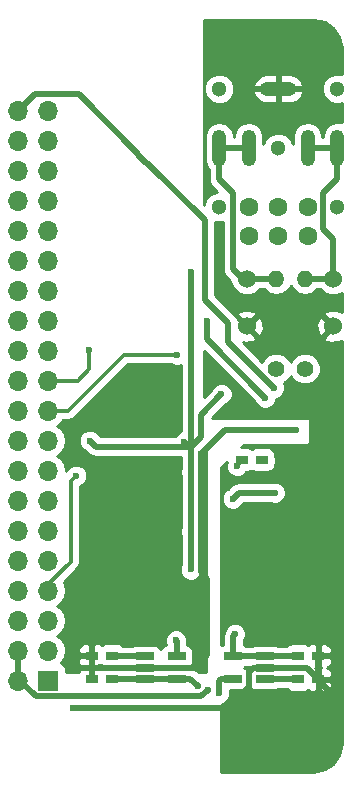
<source format=gbr>
G04 #@! TF.FileFunction,Copper,L2,Bot,Signal*
%FSLAX46Y46*%
G04 Gerber Fmt 4.6, Leading zero omitted, Abs format (unit mm)*
G04 Created by KiCad (PCBNEW 4.0.7) date 05/16/18 21:08:28*
%MOMM*%
%LPD*%
G01*
G04 APERTURE LIST*
%ADD10C,0.100000*%
%ADD11C,1.524000*%
%ADD12R,1.000000X0.800000*%
%ADD13R,1.700000X1.700000*%
%ADD14O,1.700000X1.700000*%
%ADD15C,1.400000*%
%ADD16O,1.400000X1.400000*%
%ADD17R,1.560000X0.650000*%
%ADD18C,1.300000*%
%ADD19O,1.200000X3.100000*%
%ADD20O,3.100000X1.200000*%
%ADD21C,1.600000*%
%ADD22C,0.600000*%
%ADD23C,0.500000*%
%ADD24C,0.250000*%
%ADD25C,0.300000*%
%ADD26C,0.254000*%
G04 APERTURE END LIST*
D10*
D11*
X121300000Y-81600000D03*
X121300000Y-77600000D03*
X128600000Y-77600000D03*
X128600000Y-81600000D03*
D12*
X122550000Y-92900000D03*
X120850000Y-92900000D03*
X127350000Y-109500000D03*
X125650000Y-109500000D03*
X108150000Y-111500000D03*
X109850000Y-111500000D03*
X108150000Y-109500000D03*
X109850000Y-109500000D03*
X127350000Y-111500000D03*
X125650000Y-111500000D03*
D13*
X104500000Y-111600000D03*
D14*
X101960000Y-111600000D03*
X104500000Y-109060000D03*
X101960000Y-109060000D03*
X104500000Y-106520000D03*
X101960000Y-106520000D03*
X104500000Y-103980000D03*
X101960000Y-103980000D03*
X104500000Y-101440000D03*
X101960000Y-101440000D03*
X104500000Y-98900000D03*
X101960000Y-98900000D03*
X104500000Y-96360000D03*
X101960000Y-96360000D03*
X104500000Y-93820000D03*
X101960000Y-93820000D03*
X104500000Y-91280000D03*
X101960000Y-91280000D03*
X104500000Y-88740000D03*
X101960000Y-88740000D03*
X104500000Y-86200000D03*
X101960000Y-86200000D03*
X104500000Y-83660000D03*
X101960000Y-83660000D03*
X104500000Y-81120000D03*
X101960000Y-81120000D03*
X104500000Y-78580000D03*
X101960000Y-78580000D03*
X104500000Y-76040000D03*
X101960000Y-76040000D03*
X104500000Y-73500000D03*
X101960000Y-73500000D03*
X104500000Y-70960000D03*
X101960000Y-70960000D03*
X104500000Y-68420000D03*
X101960000Y-68420000D03*
X104500000Y-65880000D03*
X101960000Y-65880000D03*
X104500000Y-63340000D03*
X101960000Y-63340000D03*
D15*
X123800000Y-85200000D03*
D16*
X123800000Y-77580000D03*
D15*
X126200000Y-85200000D03*
D16*
X126200000Y-77580000D03*
D17*
X112650000Y-111450000D03*
X112650000Y-110500000D03*
X112650000Y-109550000D03*
X115350000Y-109550000D03*
X115350000Y-111450000D03*
X122850000Y-109550000D03*
X122850000Y-110500000D03*
X122850000Y-111450000D03*
X120150000Y-111450000D03*
X120150000Y-109550000D03*
D18*
X123950000Y-66500000D03*
D19*
X118950000Y-66500000D03*
X121450000Y-66500000D03*
X126450000Y-66500000D03*
X128950000Y-66500000D03*
D20*
X123950000Y-61500000D03*
D18*
X118950000Y-61500000D03*
X128950000Y-61500000D03*
X128950000Y-71500000D03*
X118950000Y-71500000D03*
D21*
X123950000Y-71500000D03*
X121450000Y-71500000D03*
X126450000Y-71500000D03*
X126450000Y-74000000D03*
X123950000Y-74000000D03*
X121450000Y-74000000D03*
D22*
X127050000Y-102500000D03*
X127050000Y-97008000D03*
X106250000Y-110050000D03*
X106600000Y-113900000D03*
X117400000Y-92450000D03*
X122750000Y-90400000D03*
X125450000Y-90400000D03*
X121050000Y-90400000D03*
X108950000Y-110450000D03*
X128200000Y-112400000D03*
X120100000Y-96200000D03*
X123650000Y-95700000D03*
X118950000Y-112700000D03*
X122850000Y-92950000D03*
X120450000Y-93450000D03*
X116600000Y-77050000D03*
X116000000Y-91400000D03*
X116600000Y-93950000D03*
X116600000Y-99000000D03*
X119150000Y-87350000D03*
X116550000Y-102200000D03*
X108000000Y-91300000D03*
X115300000Y-108200000D03*
X115400000Y-84000000D03*
X107950000Y-83650000D03*
X117900000Y-81200000D03*
X122850000Y-87650000D03*
X123600000Y-86850000D03*
X106850000Y-94250000D03*
X117150000Y-112100000D03*
X118000000Y-112400000D03*
X120300000Y-107650000D03*
D23*
X127050000Y-102500000D02*
X127000000Y-102500000D01*
D24*
X127042000Y-97000000D02*
X127000000Y-97000000D01*
X127050000Y-97008000D02*
X127042000Y-97000000D01*
D23*
X108150000Y-110500000D02*
X106700000Y-110500000D01*
X106700000Y-110500000D02*
X106250000Y-110050000D01*
X122850000Y-110500000D02*
X121850000Y-110500000D01*
X121850000Y-110500000D02*
X121450000Y-110900000D01*
X121450000Y-110900000D02*
X121450000Y-112150000D01*
X121450000Y-112150000D02*
X119700000Y-113900000D01*
X119700000Y-113900000D02*
X106600000Y-113900000D01*
X108150000Y-110500000D02*
X108900000Y-110500000D01*
X108900000Y-110500000D02*
X108950000Y-110450000D01*
X121050000Y-90400000D02*
X122750000Y-90400000D01*
X122750000Y-90400000D02*
X125450000Y-90400000D01*
X112650000Y-110500000D02*
X116850000Y-110500000D01*
X116850000Y-110500000D02*
X117950000Y-109400000D01*
X117950000Y-109400000D02*
X117950000Y-103000000D01*
X117950000Y-103000000D02*
X117400000Y-102450000D01*
X117400000Y-102450000D02*
X117400000Y-92450000D01*
X119450000Y-90400000D02*
X121050000Y-90400000D01*
X117400000Y-92450000D02*
X119450000Y-90400000D01*
X112650000Y-110500000D02*
X109000000Y-110500000D01*
X109000000Y-110500000D02*
X108950000Y-110450000D01*
X127350000Y-111500000D02*
X127350000Y-111550000D01*
X127350000Y-111550000D02*
X128200000Y-112400000D01*
X122850000Y-110500000D02*
X126350000Y-110500000D01*
X126350000Y-110500000D02*
X127350000Y-111500000D01*
X127350000Y-111500000D02*
X127350000Y-109500000D01*
X108150000Y-111250000D02*
X108150000Y-111500000D01*
X108150000Y-111500000D02*
X108150000Y-110500000D01*
X108150000Y-110500000D02*
X108150000Y-109500000D01*
X120100000Y-96200000D02*
X120600000Y-95700000D01*
X120600000Y-95700000D02*
X123650000Y-95700000D01*
X120150000Y-111450000D02*
X119150000Y-111450000D01*
X118950000Y-111650000D02*
X118950000Y-112700000D01*
X119150000Y-111450000D02*
X118950000Y-111650000D01*
X121300000Y-77600000D02*
X120950000Y-77600000D01*
X120950000Y-77600000D02*
X120150000Y-76800000D01*
X118950000Y-69150000D02*
X118950000Y-66500000D01*
X120150000Y-70350000D02*
X118950000Y-69150000D01*
X120150000Y-76800000D02*
X120150000Y-70350000D01*
X121300000Y-77600000D02*
X123780000Y-77600000D01*
X123780000Y-77600000D02*
X123800000Y-77580000D01*
X118900000Y-66500000D02*
X121400000Y-66500000D01*
X128600000Y-77600000D02*
X128600000Y-74200000D01*
X128950000Y-69100000D02*
X128950000Y-66500000D01*
X127750000Y-70300000D02*
X128950000Y-69100000D01*
X127750000Y-73350000D02*
X127750000Y-70300000D01*
X128600000Y-74200000D02*
X127750000Y-73350000D01*
X126200000Y-77580000D02*
X128580000Y-77580000D01*
X128580000Y-77580000D02*
X128600000Y-77600000D01*
X126400000Y-66500000D02*
X128900000Y-66500000D01*
D25*
X122850000Y-92950000D02*
X122800000Y-92900000D01*
X122800000Y-92900000D02*
X122550000Y-92900000D01*
X120450000Y-93450000D02*
X120850000Y-93050000D01*
X120850000Y-93050000D02*
X120850000Y-92900000D01*
D23*
X116600000Y-92450000D02*
X116600000Y-77050000D01*
X116450000Y-91900000D02*
X116450000Y-91850000D01*
X116450000Y-91850000D02*
X116000000Y-91400000D01*
X117400000Y-90950000D02*
X116450000Y-91900000D01*
X117400000Y-89100000D02*
X117400000Y-90950000D01*
X119150000Y-87350000D02*
X117400000Y-89100000D01*
X116550000Y-102200000D02*
X116600000Y-102150000D01*
X116600000Y-102150000D02*
X116600000Y-99000000D01*
X116600000Y-99000000D02*
X116600000Y-93950000D01*
X116600000Y-93950000D02*
X116600000Y-92450000D01*
X116600000Y-92450000D02*
X116600000Y-92050000D01*
X116600000Y-92050000D02*
X116450000Y-91900000D01*
X116450000Y-91900000D02*
X116350000Y-91800000D01*
X113900000Y-91800000D02*
X115450000Y-91800000D01*
X115450000Y-91800000D02*
X116350000Y-91800000D01*
X108500000Y-91800000D02*
X113900000Y-91800000D01*
X108000000Y-91300000D02*
X108500000Y-91800000D01*
X113900000Y-91800000D02*
X114050000Y-91800000D01*
X114050000Y-91800000D02*
X113900000Y-91800000D01*
X115350000Y-109550000D02*
X115350000Y-108250000D01*
X115350000Y-108250000D02*
X115300000Y-108200000D01*
X109900000Y-109550000D02*
X109850000Y-109500000D01*
X112650000Y-109550000D02*
X109900000Y-109550000D01*
X125600000Y-111450000D02*
X125650000Y-111500000D01*
X122850000Y-111450000D02*
X125600000Y-111450000D01*
D25*
X104500000Y-88740000D02*
X106160000Y-88740000D01*
X110900000Y-84000000D02*
X115400000Y-84000000D01*
X106160000Y-88740000D02*
X110900000Y-84000000D01*
X104500000Y-86200000D02*
X107000000Y-86200000D01*
X107950000Y-85250000D02*
X107950000Y-83650000D01*
X107000000Y-86200000D02*
X107950000Y-85250000D01*
D23*
X117900000Y-82700000D02*
X117900000Y-81200000D01*
X122850000Y-87650000D02*
X117900000Y-82700000D01*
X101960000Y-63340000D02*
X103350000Y-61950000D01*
X112848059Y-67763485D02*
X112858975Y-67765977D01*
X112798353Y-67784796D02*
X112815859Y-67770835D01*
X103350000Y-61950000D02*
X107050000Y-61950000D01*
X112777349Y-67792146D02*
X112788265Y-67789654D01*
X112088161Y-67122579D02*
X112093019Y-67132666D01*
X107050000Y-61950000D02*
X112100000Y-67000000D01*
X112100000Y-67000000D02*
X112106980Y-67008753D01*
X112858975Y-67765977D02*
X112869062Y-67770835D01*
X112100000Y-67141420D02*
X112736396Y-67777816D01*
X112088161Y-67089551D02*
X112085669Y-67100467D01*
X112106980Y-67008753D02*
X112111838Y-67018841D01*
X112111838Y-67018841D02*
X112114330Y-67029757D01*
X112114330Y-67029757D02*
X112114330Y-67040953D01*
X119700000Y-82950000D02*
X123600000Y-86850000D01*
X112114330Y-67040953D02*
X112111838Y-67051869D01*
X112111838Y-67051869D02*
X112106980Y-67061956D01*
X112877816Y-67777816D02*
X117750000Y-72650000D01*
X112106980Y-67061956D02*
X112093019Y-67079463D01*
X112093019Y-67079463D02*
X112088161Y-67089551D01*
X112085669Y-67100467D02*
X112085669Y-67111663D01*
X112085669Y-67111663D02*
X112088161Y-67122579D01*
X112093019Y-67132666D02*
X112100000Y-67141420D01*
X117750000Y-72650000D02*
X117750000Y-79350000D01*
X112736396Y-67777816D02*
X112745149Y-67784796D01*
X112745149Y-67784796D02*
X112755237Y-67789654D01*
X112755237Y-67789654D02*
X112766153Y-67792146D01*
X112766153Y-67792146D02*
X112777349Y-67792146D01*
X112788265Y-67789654D02*
X112798353Y-67784796D01*
X112815859Y-67770835D02*
X112825947Y-67765977D01*
X112825947Y-67765977D02*
X112836863Y-67763485D01*
X112836863Y-67763485D02*
X112848059Y-67763485D01*
X112869062Y-67770835D02*
X112877816Y-67777816D01*
X117750000Y-79350000D02*
X119700000Y-81300000D01*
X119700000Y-81300000D02*
X119700000Y-82950000D01*
D25*
X104500000Y-103980000D02*
X104500000Y-103450000D01*
X104500000Y-103450000D02*
X106400000Y-101550000D01*
X106400000Y-101550000D02*
X106400000Y-94700000D01*
X106400000Y-94700000D02*
X106850000Y-94250000D01*
D23*
X116500000Y-111450000D02*
X115350000Y-111450000D01*
X117150000Y-112100000D02*
X116500000Y-111450000D01*
X101960000Y-111600000D02*
X102100000Y-111600000D01*
X102100000Y-111600000D02*
X103450000Y-112950000D01*
X117450000Y-112950000D02*
X118000000Y-112400000D01*
X103450000Y-112950000D02*
X117450000Y-112950000D01*
X120150000Y-107800000D02*
X120150000Y-109550000D01*
X120300000Y-107650000D02*
X120150000Y-107800000D01*
X101960000Y-111600000D02*
X101960000Y-112060000D01*
X101960000Y-111600000D02*
X101960000Y-111760000D01*
X101960000Y-108960000D02*
X101960000Y-111500000D01*
X112650000Y-111450000D02*
X109900000Y-111450000D01*
X112650000Y-111450000D02*
X115350000Y-111450000D01*
X125600000Y-109550000D02*
X125650000Y-109500000D01*
X122850000Y-109550000D02*
X125600000Y-109550000D01*
X120150000Y-109550000D02*
X122850000Y-109550000D01*
D26*
G36*
X119265000Y-76799995D02*
X119264999Y-76800000D01*
X119299653Y-76974211D01*
X119332367Y-77138675D01*
X119454125Y-77320900D01*
X119524210Y-77425790D01*
X119902821Y-77804401D01*
X119902758Y-77876661D01*
X120114990Y-78390303D01*
X120507630Y-78783629D01*
X121020900Y-78996757D01*
X121576661Y-78997242D01*
X122090303Y-78785010D01*
X122390837Y-78485000D01*
X122812486Y-78485000D01*
X122856012Y-78550142D01*
X123289118Y-78839533D01*
X123800000Y-78941154D01*
X124310882Y-78839533D01*
X124743988Y-78550142D01*
X125000000Y-78166991D01*
X125256012Y-78550142D01*
X125689118Y-78839533D01*
X126200000Y-78941154D01*
X126710882Y-78839533D01*
X127143988Y-78550142D01*
X127200878Y-78465000D01*
X127489557Y-78465000D01*
X127807630Y-78783629D01*
X128320900Y-78996757D01*
X128876661Y-78997242D01*
X129315000Y-78816124D01*
X129315000Y-80371844D01*
X128807698Y-80190856D01*
X128252632Y-80218638D01*
X127868857Y-80377603D01*
X127799392Y-80619787D01*
X128600000Y-81420395D01*
X128614143Y-81406253D01*
X128793748Y-81585858D01*
X128779605Y-81600000D01*
X128793748Y-81614143D01*
X128614143Y-81793748D01*
X128600000Y-81779605D01*
X127799392Y-82580213D01*
X127868857Y-82822397D01*
X128392302Y-83009144D01*
X128947368Y-82981362D01*
X129315000Y-82829084D01*
X129315000Y-116932533D01*
X129126383Y-117880775D01*
X128627463Y-118627463D01*
X127880777Y-119126383D01*
X126932533Y-119315000D01*
X119127000Y-119315000D01*
X119127000Y-113635155D01*
X119135167Y-113635162D01*
X119478943Y-113493117D01*
X119742192Y-113230327D01*
X119884838Y-112886799D01*
X119885162Y-112514833D01*
X119846986Y-112422440D01*
X120930000Y-112422440D01*
X121165317Y-112378162D01*
X121381441Y-112239090D01*
X121501233Y-112063768D01*
X121605910Y-112226441D01*
X121818110Y-112371431D01*
X122070000Y-112422440D01*
X123630000Y-112422440D01*
X123865317Y-112378162D01*
X123932393Y-112335000D01*
X124675331Y-112335000D01*
X124685910Y-112351441D01*
X124898110Y-112496431D01*
X125150000Y-112547440D01*
X126150000Y-112547440D01*
X126385317Y-112503162D01*
X126488646Y-112436671D01*
X126490302Y-112438327D01*
X126723691Y-112535000D01*
X127064250Y-112535000D01*
X127223000Y-112376250D01*
X127223000Y-111627000D01*
X127477000Y-111627000D01*
X127477000Y-112376250D01*
X127635750Y-112535000D01*
X127976309Y-112535000D01*
X128209698Y-112438327D01*
X128388327Y-112259699D01*
X128485000Y-112026310D01*
X128485000Y-111785750D01*
X128326250Y-111627000D01*
X127477000Y-111627000D01*
X127223000Y-111627000D01*
X127203000Y-111627000D01*
X127203000Y-111373000D01*
X127223000Y-111373000D01*
X127223000Y-110623750D01*
X127099250Y-110500000D01*
X127223000Y-110376250D01*
X127223000Y-109627000D01*
X127477000Y-109627000D01*
X127477000Y-110376250D01*
X127600750Y-110500000D01*
X127477000Y-110623750D01*
X127477000Y-111373000D01*
X128326250Y-111373000D01*
X128485000Y-111214250D01*
X128485000Y-110973690D01*
X128388327Y-110740301D01*
X128209698Y-110561673D01*
X128060806Y-110500000D01*
X128209698Y-110438327D01*
X128388327Y-110259699D01*
X128485000Y-110026310D01*
X128485000Y-109785750D01*
X128326250Y-109627000D01*
X127477000Y-109627000D01*
X127223000Y-109627000D01*
X127203000Y-109627000D01*
X127203000Y-109373000D01*
X127223000Y-109373000D01*
X127223000Y-108623750D01*
X127477000Y-108623750D01*
X127477000Y-109373000D01*
X128326250Y-109373000D01*
X128485000Y-109214250D01*
X128485000Y-108973690D01*
X128388327Y-108740301D01*
X128209698Y-108561673D01*
X127976309Y-108465000D01*
X127635750Y-108465000D01*
X127477000Y-108623750D01*
X127223000Y-108623750D01*
X127064250Y-108465000D01*
X126723691Y-108465000D01*
X126490302Y-108561673D01*
X126488932Y-108563043D01*
X126401890Y-108503569D01*
X126150000Y-108452560D01*
X125150000Y-108452560D01*
X124914683Y-108496838D01*
X124698559Y-108635910D01*
X124678683Y-108665000D01*
X123935209Y-108665000D01*
X123881890Y-108628569D01*
X123630000Y-108577560D01*
X122070000Y-108577560D01*
X121834683Y-108621838D01*
X121767607Y-108665000D01*
X121235209Y-108665000D01*
X121181890Y-108628569D01*
X121035000Y-108598823D01*
X121035000Y-108237419D01*
X121092192Y-108180327D01*
X121234838Y-107836799D01*
X121235162Y-107464833D01*
X121093117Y-107121057D01*
X120830327Y-106857808D01*
X120486799Y-106715162D01*
X120114833Y-106714838D01*
X119771057Y-106856883D01*
X119507808Y-107119673D01*
X119421058Y-107328588D01*
X119332367Y-107461325D01*
X119332367Y-107461326D01*
X119264999Y-107800000D01*
X119265000Y-107800005D01*
X119265000Y-108597317D01*
X119134683Y-108621838D01*
X119127000Y-108626782D01*
X119127000Y-96385167D01*
X119164838Y-96385167D01*
X119306883Y-96728943D01*
X119569673Y-96992192D01*
X119913201Y-97134838D01*
X120285167Y-97135162D01*
X120628943Y-96993117D01*
X120892192Y-96730327D01*
X120942566Y-96609014D01*
X120966580Y-96585000D01*
X123343178Y-96585000D01*
X123463201Y-96634838D01*
X123835167Y-96635162D01*
X124178943Y-96493117D01*
X124442192Y-96230327D01*
X124584838Y-95886799D01*
X124585162Y-95514833D01*
X124443117Y-95171057D01*
X124180327Y-94907808D01*
X123836799Y-94765162D01*
X123464833Y-94764838D01*
X123343431Y-94815000D01*
X120600005Y-94815000D01*
X120600000Y-94814999D01*
X120317516Y-94871190D01*
X120261325Y-94882367D01*
X119974210Y-95074210D01*
X119974208Y-95074213D01*
X119691165Y-95357256D01*
X119571057Y-95406883D01*
X119307808Y-95669673D01*
X119165162Y-96013201D01*
X119164838Y-96385167D01*
X119127000Y-96385167D01*
X119127000Y-93552606D01*
X119585289Y-93094317D01*
X119515162Y-93263201D01*
X119514838Y-93635167D01*
X119656883Y-93978943D01*
X119919673Y-94242192D01*
X120263201Y-94384838D01*
X120635167Y-94385162D01*
X120978943Y-94243117D01*
X121242192Y-93980327D01*
X121255848Y-93947440D01*
X121350000Y-93947440D01*
X121585317Y-93903162D01*
X121699978Y-93829380D01*
X121798110Y-93896431D01*
X122050000Y-93947440D01*
X123050000Y-93947440D01*
X123285317Y-93903162D01*
X123501441Y-93764090D01*
X123646431Y-93551890D01*
X123678753Y-93392278D01*
X123784838Y-93136799D01*
X123785162Y-92764833D01*
X123697440Y-92552529D01*
X123697440Y-92500000D01*
X123653162Y-92264683D01*
X123514090Y-92048559D01*
X123301890Y-91903569D01*
X123050000Y-91852560D01*
X122050000Y-91852560D01*
X121814683Y-91896838D01*
X121700022Y-91970620D01*
X121601890Y-91903569D01*
X121350000Y-91852560D01*
X120827046Y-91852560D01*
X121052606Y-91627000D01*
X126500000Y-91627000D01*
X126549410Y-91616994D01*
X126591035Y-91588553D01*
X126618315Y-91546159D01*
X126627000Y-91500000D01*
X126627000Y-89500000D01*
X126616994Y-89450590D01*
X126588553Y-89408965D01*
X126546159Y-89381685D01*
X126500000Y-89373000D01*
X118378580Y-89373000D01*
X119558834Y-88192745D01*
X119678943Y-88143117D01*
X119942192Y-87880327D01*
X120084838Y-87536799D01*
X120085162Y-87164833D01*
X119943117Y-86821057D01*
X119680327Y-86557808D01*
X119336799Y-86415162D01*
X118964833Y-86414838D01*
X118621057Y-86556883D01*
X118357808Y-86819673D01*
X118307434Y-86940987D01*
X117627000Y-87621420D01*
X117627000Y-83678580D01*
X122007255Y-88058834D01*
X122056883Y-88178943D01*
X122319673Y-88442192D01*
X122663201Y-88584838D01*
X123035167Y-88585162D01*
X123378943Y-88443117D01*
X123642192Y-88180327D01*
X123784838Y-87836799D01*
X123784883Y-87785162D01*
X123785167Y-87785162D01*
X124128943Y-87643117D01*
X124392192Y-87380327D01*
X124534838Y-87036799D01*
X124535162Y-86664833D01*
X124420767Y-86387976D01*
X124555229Y-86332418D01*
X124931098Y-85957204D01*
X124999918Y-85791468D01*
X125067582Y-85955229D01*
X125442796Y-86331098D01*
X125933287Y-86534768D01*
X126464383Y-86535231D01*
X126955229Y-86332418D01*
X127331098Y-85957204D01*
X127534768Y-85466713D01*
X127535231Y-84935617D01*
X127332418Y-84444771D01*
X126957204Y-84068902D01*
X126466713Y-83865232D01*
X125935617Y-83864769D01*
X125444771Y-84067582D01*
X125068902Y-84442796D01*
X125000082Y-84608532D01*
X124932418Y-84444771D01*
X124557204Y-84068902D01*
X124066713Y-83865232D01*
X123535617Y-83864769D01*
X123044771Y-84067582D01*
X122668902Y-84442796D01*
X122603025Y-84601445D01*
X120965477Y-82963897D01*
X121092302Y-83009144D01*
X121647368Y-82981362D01*
X122031143Y-82822397D01*
X122100608Y-82580213D01*
X121300000Y-81779605D01*
X121285858Y-81793748D01*
X121106253Y-81614143D01*
X121120395Y-81600000D01*
X121479605Y-81600000D01*
X122280213Y-82400608D01*
X122522397Y-82331143D01*
X122709144Y-81807698D01*
X122688353Y-81392302D01*
X127190856Y-81392302D01*
X127218638Y-81947368D01*
X127377603Y-82331143D01*
X127619787Y-82400608D01*
X128420395Y-81600000D01*
X127619787Y-80799392D01*
X127377603Y-80868857D01*
X127190856Y-81392302D01*
X122688353Y-81392302D01*
X122681362Y-81252632D01*
X122522397Y-80868857D01*
X122280213Y-80799392D01*
X121479605Y-81600000D01*
X121120395Y-81600000D01*
X120526550Y-81006155D01*
X120517633Y-80961325D01*
X120325790Y-80674210D01*
X120325787Y-80674208D01*
X120271367Y-80619787D01*
X120499392Y-80619787D01*
X121300000Y-81420395D01*
X122100608Y-80619787D01*
X122031143Y-80377603D01*
X121507698Y-80190856D01*
X120952632Y-80218638D01*
X120568857Y-80377603D01*
X120499392Y-80619787D01*
X120271367Y-80619787D01*
X118635000Y-78983420D01*
X118635000Y-72760579D01*
X118693276Y-72784777D01*
X119204481Y-72785223D01*
X119265000Y-72760217D01*
X119265000Y-76799995D01*
X119265000Y-76799995D01*
G37*
X119265000Y-76799995D02*
X119264999Y-76800000D01*
X119299653Y-76974211D01*
X119332367Y-77138675D01*
X119454125Y-77320900D01*
X119524210Y-77425790D01*
X119902821Y-77804401D01*
X119902758Y-77876661D01*
X120114990Y-78390303D01*
X120507630Y-78783629D01*
X121020900Y-78996757D01*
X121576661Y-78997242D01*
X122090303Y-78785010D01*
X122390837Y-78485000D01*
X122812486Y-78485000D01*
X122856012Y-78550142D01*
X123289118Y-78839533D01*
X123800000Y-78941154D01*
X124310882Y-78839533D01*
X124743988Y-78550142D01*
X125000000Y-78166991D01*
X125256012Y-78550142D01*
X125689118Y-78839533D01*
X126200000Y-78941154D01*
X126710882Y-78839533D01*
X127143988Y-78550142D01*
X127200878Y-78465000D01*
X127489557Y-78465000D01*
X127807630Y-78783629D01*
X128320900Y-78996757D01*
X128876661Y-78997242D01*
X129315000Y-78816124D01*
X129315000Y-80371844D01*
X128807698Y-80190856D01*
X128252632Y-80218638D01*
X127868857Y-80377603D01*
X127799392Y-80619787D01*
X128600000Y-81420395D01*
X128614143Y-81406253D01*
X128793748Y-81585858D01*
X128779605Y-81600000D01*
X128793748Y-81614143D01*
X128614143Y-81793748D01*
X128600000Y-81779605D01*
X127799392Y-82580213D01*
X127868857Y-82822397D01*
X128392302Y-83009144D01*
X128947368Y-82981362D01*
X129315000Y-82829084D01*
X129315000Y-116932533D01*
X129126383Y-117880775D01*
X128627463Y-118627463D01*
X127880777Y-119126383D01*
X126932533Y-119315000D01*
X119127000Y-119315000D01*
X119127000Y-113635155D01*
X119135167Y-113635162D01*
X119478943Y-113493117D01*
X119742192Y-113230327D01*
X119884838Y-112886799D01*
X119885162Y-112514833D01*
X119846986Y-112422440D01*
X120930000Y-112422440D01*
X121165317Y-112378162D01*
X121381441Y-112239090D01*
X121501233Y-112063768D01*
X121605910Y-112226441D01*
X121818110Y-112371431D01*
X122070000Y-112422440D01*
X123630000Y-112422440D01*
X123865317Y-112378162D01*
X123932393Y-112335000D01*
X124675331Y-112335000D01*
X124685910Y-112351441D01*
X124898110Y-112496431D01*
X125150000Y-112547440D01*
X126150000Y-112547440D01*
X126385317Y-112503162D01*
X126488646Y-112436671D01*
X126490302Y-112438327D01*
X126723691Y-112535000D01*
X127064250Y-112535000D01*
X127223000Y-112376250D01*
X127223000Y-111627000D01*
X127477000Y-111627000D01*
X127477000Y-112376250D01*
X127635750Y-112535000D01*
X127976309Y-112535000D01*
X128209698Y-112438327D01*
X128388327Y-112259699D01*
X128485000Y-112026310D01*
X128485000Y-111785750D01*
X128326250Y-111627000D01*
X127477000Y-111627000D01*
X127223000Y-111627000D01*
X127203000Y-111627000D01*
X127203000Y-111373000D01*
X127223000Y-111373000D01*
X127223000Y-110623750D01*
X127099250Y-110500000D01*
X127223000Y-110376250D01*
X127223000Y-109627000D01*
X127477000Y-109627000D01*
X127477000Y-110376250D01*
X127600750Y-110500000D01*
X127477000Y-110623750D01*
X127477000Y-111373000D01*
X128326250Y-111373000D01*
X128485000Y-111214250D01*
X128485000Y-110973690D01*
X128388327Y-110740301D01*
X128209698Y-110561673D01*
X128060806Y-110500000D01*
X128209698Y-110438327D01*
X128388327Y-110259699D01*
X128485000Y-110026310D01*
X128485000Y-109785750D01*
X128326250Y-109627000D01*
X127477000Y-109627000D01*
X127223000Y-109627000D01*
X127203000Y-109627000D01*
X127203000Y-109373000D01*
X127223000Y-109373000D01*
X127223000Y-108623750D01*
X127477000Y-108623750D01*
X127477000Y-109373000D01*
X128326250Y-109373000D01*
X128485000Y-109214250D01*
X128485000Y-108973690D01*
X128388327Y-108740301D01*
X128209698Y-108561673D01*
X127976309Y-108465000D01*
X127635750Y-108465000D01*
X127477000Y-108623750D01*
X127223000Y-108623750D01*
X127064250Y-108465000D01*
X126723691Y-108465000D01*
X126490302Y-108561673D01*
X126488932Y-108563043D01*
X126401890Y-108503569D01*
X126150000Y-108452560D01*
X125150000Y-108452560D01*
X124914683Y-108496838D01*
X124698559Y-108635910D01*
X124678683Y-108665000D01*
X123935209Y-108665000D01*
X123881890Y-108628569D01*
X123630000Y-108577560D01*
X122070000Y-108577560D01*
X121834683Y-108621838D01*
X121767607Y-108665000D01*
X121235209Y-108665000D01*
X121181890Y-108628569D01*
X121035000Y-108598823D01*
X121035000Y-108237419D01*
X121092192Y-108180327D01*
X121234838Y-107836799D01*
X121235162Y-107464833D01*
X121093117Y-107121057D01*
X120830327Y-106857808D01*
X120486799Y-106715162D01*
X120114833Y-106714838D01*
X119771057Y-106856883D01*
X119507808Y-107119673D01*
X119421058Y-107328588D01*
X119332367Y-107461325D01*
X119332367Y-107461326D01*
X119264999Y-107800000D01*
X119265000Y-107800005D01*
X119265000Y-108597317D01*
X119134683Y-108621838D01*
X119127000Y-108626782D01*
X119127000Y-96385167D01*
X119164838Y-96385167D01*
X119306883Y-96728943D01*
X119569673Y-96992192D01*
X119913201Y-97134838D01*
X120285167Y-97135162D01*
X120628943Y-96993117D01*
X120892192Y-96730327D01*
X120942566Y-96609014D01*
X120966580Y-96585000D01*
X123343178Y-96585000D01*
X123463201Y-96634838D01*
X123835167Y-96635162D01*
X124178943Y-96493117D01*
X124442192Y-96230327D01*
X124584838Y-95886799D01*
X124585162Y-95514833D01*
X124443117Y-95171057D01*
X124180327Y-94907808D01*
X123836799Y-94765162D01*
X123464833Y-94764838D01*
X123343431Y-94815000D01*
X120600005Y-94815000D01*
X120600000Y-94814999D01*
X120317516Y-94871190D01*
X120261325Y-94882367D01*
X119974210Y-95074210D01*
X119974208Y-95074213D01*
X119691165Y-95357256D01*
X119571057Y-95406883D01*
X119307808Y-95669673D01*
X119165162Y-96013201D01*
X119164838Y-96385167D01*
X119127000Y-96385167D01*
X119127000Y-93552606D01*
X119585289Y-93094317D01*
X119515162Y-93263201D01*
X119514838Y-93635167D01*
X119656883Y-93978943D01*
X119919673Y-94242192D01*
X120263201Y-94384838D01*
X120635167Y-94385162D01*
X120978943Y-94243117D01*
X121242192Y-93980327D01*
X121255848Y-93947440D01*
X121350000Y-93947440D01*
X121585317Y-93903162D01*
X121699978Y-93829380D01*
X121798110Y-93896431D01*
X122050000Y-93947440D01*
X123050000Y-93947440D01*
X123285317Y-93903162D01*
X123501441Y-93764090D01*
X123646431Y-93551890D01*
X123678753Y-93392278D01*
X123784838Y-93136799D01*
X123785162Y-92764833D01*
X123697440Y-92552529D01*
X123697440Y-92500000D01*
X123653162Y-92264683D01*
X123514090Y-92048559D01*
X123301890Y-91903569D01*
X123050000Y-91852560D01*
X122050000Y-91852560D01*
X121814683Y-91896838D01*
X121700022Y-91970620D01*
X121601890Y-91903569D01*
X121350000Y-91852560D01*
X120827046Y-91852560D01*
X121052606Y-91627000D01*
X126500000Y-91627000D01*
X126549410Y-91616994D01*
X126591035Y-91588553D01*
X126618315Y-91546159D01*
X126627000Y-91500000D01*
X126627000Y-89500000D01*
X126616994Y-89450590D01*
X126588553Y-89408965D01*
X126546159Y-89381685D01*
X126500000Y-89373000D01*
X118378580Y-89373000D01*
X119558834Y-88192745D01*
X119678943Y-88143117D01*
X119942192Y-87880327D01*
X120084838Y-87536799D01*
X120085162Y-87164833D01*
X119943117Y-86821057D01*
X119680327Y-86557808D01*
X119336799Y-86415162D01*
X118964833Y-86414838D01*
X118621057Y-86556883D01*
X118357808Y-86819673D01*
X118307434Y-86940987D01*
X117627000Y-87621420D01*
X117627000Y-83678580D01*
X122007255Y-88058834D01*
X122056883Y-88178943D01*
X122319673Y-88442192D01*
X122663201Y-88584838D01*
X123035167Y-88585162D01*
X123378943Y-88443117D01*
X123642192Y-88180327D01*
X123784838Y-87836799D01*
X123784883Y-87785162D01*
X123785167Y-87785162D01*
X124128943Y-87643117D01*
X124392192Y-87380327D01*
X124534838Y-87036799D01*
X124535162Y-86664833D01*
X124420767Y-86387976D01*
X124555229Y-86332418D01*
X124931098Y-85957204D01*
X124999918Y-85791468D01*
X125067582Y-85955229D01*
X125442796Y-86331098D01*
X125933287Y-86534768D01*
X126464383Y-86535231D01*
X126955229Y-86332418D01*
X127331098Y-85957204D01*
X127534768Y-85466713D01*
X127535231Y-84935617D01*
X127332418Y-84444771D01*
X126957204Y-84068902D01*
X126466713Y-83865232D01*
X125935617Y-83864769D01*
X125444771Y-84067582D01*
X125068902Y-84442796D01*
X125000082Y-84608532D01*
X124932418Y-84444771D01*
X124557204Y-84068902D01*
X124066713Y-83865232D01*
X123535617Y-83864769D01*
X123044771Y-84067582D01*
X122668902Y-84442796D01*
X122603025Y-84601445D01*
X120965477Y-82963897D01*
X121092302Y-83009144D01*
X121647368Y-82981362D01*
X122031143Y-82822397D01*
X122100608Y-82580213D01*
X121300000Y-81779605D01*
X121285858Y-81793748D01*
X121106253Y-81614143D01*
X121120395Y-81600000D01*
X121479605Y-81600000D01*
X122280213Y-82400608D01*
X122522397Y-82331143D01*
X122709144Y-81807698D01*
X122688353Y-81392302D01*
X127190856Y-81392302D01*
X127218638Y-81947368D01*
X127377603Y-82331143D01*
X127619787Y-82400608D01*
X128420395Y-81600000D01*
X127619787Y-80799392D01*
X127377603Y-80868857D01*
X127190856Y-81392302D01*
X122688353Y-81392302D01*
X122681362Y-81252632D01*
X122522397Y-80868857D01*
X122280213Y-80799392D01*
X121479605Y-81600000D01*
X121120395Y-81600000D01*
X120526550Y-81006155D01*
X120517633Y-80961325D01*
X120325790Y-80674210D01*
X120325787Y-80674208D01*
X120271367Y-80619787D01*
X120499392Y-80619787D01*
X121300000Y-81420395D01*
X122100608Y-80619787D01*
X122031143Y-80377603D01*
X121507698Y-80190856D01*
X120952632Y-80218638D01*
X120568857Y-80377603D01*
X120499392Y-80619787D01*
X120271367Y-80619787D01*
X118635000Y-78983420D01*
X118635000Y-72760579D01*
X118693276Y-72784777D01*
X119204481Y-72785223D01*
X119265000Y-72760217D01*
X119265000Y-76799995D01*
G36*
X121818110Y-110471431D02*
X121955120Y-110499176D01*
X121834683Y-110521838D01*
X121671257Y-110627000D01*
X121593750Y-110627000D01*
X121454035Y-110766715D01*
X121394090Y-110673559D01*
X121181890Y-110528569D01*
X121044880Y-110500824D01*
X121165317Y-110478162D01*
X121232393Y-110435000D01*
X121764791Y-110435000D01*
X121818110Y-110471431D01*
X121818110Y-110471431D01*
G37*
X121818110Y-110471431D02*
X121955120Y-110499176D01*
X121834683Y-110521838D01*
X121671257Y-110627000D01*
X121593750Y-110627000D01*
X121454035Y-110766715D01*
X121394090Y-110673559D01*
X121181890Y-110528569D01*
X121044880Y-110500824D01*
X121165317Y-110478162D01*
X121232393Y-110435000D01*
X121764791Y-110435000D01*
X121818110Y-110471431D01*
G36*
X127880777Y-55873617D02*
X128627463Y-56372537D01*
X129126383Y-57119225D01*
X129315000Y-58067467D01*
X129315000Y-60260183D01*
X129206724Y-60215223D01*
X128695519Y-60214777D01*
X128223057Y-60409995D01*
X127861265Y-60771155D01*
X127665223Y-61243276D01*
X127664777Y-61754481D01*
X127859995Y-62226943D01*
X128221155Y-62588735D01*
X128693276Y-62784777D01*
X129204481Y-62785223D01*
X129315000Y-62739557D01*
X129315000Y-64344796D01*
X128950000Y-64272193D01*
X128477386Y-64366202D01*
X128076723Y-64633916D01*
X127809009Y-65034579D01*
X127715000Y-65507193D01*
X127715000Y-65615000D01*
X127685000Y-65615000D01*
X127685000Y-65507193D01*
X127590991Y-65034579D01*
X127323277Y-64633916D01*
X126922614Y-64366202D01*
X126450000Y-64272193D01*
X125977386Y-64366202D01*
X125576723Y-64633916D01*
X125309009Y-65034579D01*
X125215000Y-65507193D01*
X125215000Y-66196576D01*
X125040005Y-65773057D01*
X124678845Y-65411265D01*
X124206724Y-65215223D01*
X123695519Y-65214777D01*
X123223057Y-65409995D01*
X122861265Y-65771155D01*
X122685000Y-66195648D01*
X122685000Y-65507193D01*
X122590991Y-65034579D01*
X122323277Y-64633916D01*
X121922614Y-64366202D01*
X121450000Y-64272193D01*
X120977386Y-64366202D01*
X120576723Y-64633916D01*
X120309009Y-65034579D01*
X120215000Y-65507193D01*
X120215000Y-65615000D01*
X120185000Y-65615000D01*
X120185000Y-65507193D01*
X120090991Y-65034579D01*
X119823277Y-64633916D01*
X119422614Y-64366202D01*
X118950000Y-64272193D01*
X118477386Y-64366202D01*
X118076723Y-64633916D01*
X117809009Y-65034579D01*
X117715000Y-65507193D01*
X117715000Y-67492807D01*
X117809009Y-67965421D01*
X118065000Y-68348539D01*
X118065000Y-69149995D01*
X118064999Y-69150000D01*
X118117712Y-69415000D01*
X118132367Y-69488675D01*
X118161561Y-69532367D01*
X118324210Y-69775790D01*
X118763256Y-70214836D01*
X118695519Y-70214777D01*
X118223057Y-70409995D01*
X117861265Y-70771155D01*
X117665223Y-71243276D01*
X117665162Y-71313583D01*
X117627000Y-71275421D01*
X117627000Y-61754481D01*
X117664777Y-61754481D01*
X117859995Y-62226943D01*
X118221155Y-62588735D01*
X118693276Y-62784777D01*
X119204481Y-62785223D01*
X119676943Y-62590005D01*
X120038735Y-62228845D01*
X120209495Y-61817609D01*
X121806538Y-61817609D01*
X121810408Y-61855281D01*
X122036920Y-62283474D01*
X122410053Y-62592390D01*
X122873000Y-62735000D01*
X123823000Y-62735000D01*
X123823000Y-61627000D01*
X124077000Y-61627000D01*
X124077000Y-62735000D01*
X125027000Y-62735000D01*
X125489947Y-62592390D01*
X125863080Y-62283474D01*
X126089592Y-61855281D01*
X126093462Y-61817609D01*
X125968731Y-61627000D01*
X124077000Y-61627000D01*
X123823000Y-61627000D01*
X121931269Y-61627000D01*
X121806538Y-61817609D01*
X120209495Y-61817609D01*
X120234777Y-61756724D01*
X120235223Y-61245519D01*
X120209139Y-61182391D01*
X121806538Y-61182391D01*
X121931269Y-61373000D01*
X123823000Y-61373000D01*
X123823000Y-60265000D01*
X124077000Y-60265000D01*
X124077000Y-61373000D01*
X125968731Y-61373000D01*
X126093462Y-61182391D01*
X126089592Y-61144719D01*
X125863080Y-60716526D01*
X125489947Y-60407610D01*
X125027000Y-60265000D01*
X124077000Y-60265000D01*
X123823000Y-60265000D01*
X122873000Y-60265000D01*
X122410053Y-60407610D01*
X122036920Y-60716526D01*
X121810408Y-61144719D01*
X121806538Y-61182391D01*
X120209139Y-61182391D01*
X120040005Y-60773057D01*
X119678845Y-60411265D01*
X119206724Y-60215223D01*
X118695519Y-60214777D01*
X118223057Y-60409995D01*
X117861265Y-60771155D01*
X117665223Y-61243276D01*
X117664777Y-61754481D01*
X117627000Y-61754481D01*
X117627000Y-55685000D01*
X126932533Y-55685000D01*
X127880777Y-55873617D01*
X127880777Y-55873617D01*
G37*
X127880777Y-55873617D02*
X128627463Y-56372537D01*
X129126383Y-57119225D01*
X129315000Y-58067467D01*
X129315000Y-60260183D01*
X129206724Y-60215223D01*
X128695519Y-60214777D01*
X128223057Y-60409995D01*
X127861265Y-60771155D01*
X127665223Y-61243276D01*
X127664777Y-61754481D01*
X127859995Y-62226943D01*
X128221155Y-62588735D01*
X128693276Y-62784777D01*
X129204481Y-62785223D01*
X129315000Y-62739557D01*
X129315000Y-64344796D01*
X128950000Y-64272193D01*
X128477386Y-64366202D01*
X128076723Y-64633916D01*
X127809009Y-65034579D01*
X127715000Y-65507193D01*
X127715000Y-65615000D01*
X127685000Y-65615000D01*
X127685000Y-65507193D01*
X127590991Y-65034579D01*
X127323277Y-64633916D01*
X126922614Y-64366202D01*
X126450000Y-64272193D01*
X125977386Y-64366202D01*
X125576723Y-64633916D01*
X125309009Y-65034579D01*
X125215000Y-65507193D01*
X125215000Y-66196576D01*
X125040005Y-65773057D01*
X124678845Y-65411265D01*
X124206724Y-65215223D01*
X123695519Y-65214777D01*
X123223057Y-65409995D01*
X122861265Y-65771155D01*
X122685000Y-66195648D01*
X122685000Y-65507193D01*
X122590991Y-65034579D01*
X122323277Y-64633916D01*
X121922614Y-64366202D01*
X121450000Y-64272193D01*
X120977386Y-64366202D01*
X120576723Y-64633916D01*
X120309009Y-65034579D01*
X120215000Y-65507193D01*
X120215000Y-65615000D01*
X120185000Y-65615000D01*
X120185000Y-65507193D01*
X120090991Y-65034579D01*
X119823277Y-64633916D01*
X119422614Y-64366202D01*
X118950000Y-64272193D01*
X118477386Y-64366202D01*
X118076723Y-64633916D01*
X117809009Y-65034579D01*
X117715000Y-65507193D01*
X117715000Y-67492807D01*
X117809009Y-67965421D01*
X118065000Y-68348539D01*
X118065000Y-69149995D01*
X118064999Y-69150000D01*
X118117712Y-69415000D01*
X118132367Y-69488675D01*
X118161561Y-69532367D01*
X118324210Y-69775790D01*
X118763256Y-70214836D01*
X118695519Y-70214777D01*
X118223057Y-70409995D01*
X117861265Y-70771155D01*
X117665223Y-71243276D01*
X117665162Y-71313583D01*
X117627000Y-71275421D01*
X117627000Y-61754481D01*
X117664777Y-61754481D01*
X117859995Y-62226943D01*
X118221155Y-62588735D01*
X118693276Y-62784777D01*
X119204481Y-62785223D01*
X119676943Y-62590005D01*
X120038735Y-62228845D01*
X120209495Y-61817609D01*
X121806538Y-61817609D01*
X121810408Y-61855281D01*
X122036920Y-62283474D01*
X122410053Y-62592390D01*
X122873000Y-62735000D01*
X123823000Y-62735000D01*
X123823000Y-61627000D01*
X124077000Y-61627000D01*
X124077000Y-62735000D01*
X125027000Y-62735000D01*
X125489947Y-62592390D01*
X125863080Y-62283474D01*
X126089592Y-61855281D01*
X126093462Y-61817609D01*
X125968731Y-61627000D01*
X124077000Y-61627000D01*
X123823000Y-61627000D01*
X121931269Y-61627000D01*
X121806538Y-61817609D01*
X120209495Y-61817609D01*
X120234777Y-61756724D01*
X120235223Y-61245519D01*
X120209139Y-61182391D01*
X121806538Y-61182391D01*
X121931269Y-61373000D01*
X123823000Y-61373000D01*
X123823000Y-60265000D01*
X124077000Y-60265000D01*
X124077000Y-61373000D01*
X125968731Y-61373000D01*
X126093462Y-61182391D01*
X126089592Y-61144719D01*
X125863080Y-60716526D01*
X125489947Y-60407610D01*
X125027000Y-60265000D01*
X124077000Y-60265000D01*
X123823000Y-60265000D01*
X122873000Y-60265000D01*
X122410053Y-60407610D01*
X122036920Y-60716526D01*
X121810408Y-61144719D01*
X121806538Y-61182391D01*
X120209139Y-61182391D01*
X120040005Y-60773057D01*
X119678845Y-60411265D01*
X119206724Y-60215223D01*
X118695519Y-60214777D01*
X118223057Y-60409995D01*
X117861265Y-60771155D01*
X117665223Y-61243276D01*
X117664777Y-61754481D01*
X117627000Y-61754481D01*
X117627000Y-55685000D01*
X126932533Y-55685000D01*
X127880777Y-55873617D01*
G36*
X114869673Y-84792192D02*
X115213201Y-84934838D01*
X115585167Y-84935162D01*
X115715000Y-84881516D01*
X115715000Y-90506088D01*
X115471057Y-90606883D01*
X115207808Y-90869673D01*
X115188986Y-90915000D01*
X108866580Y-90915000D01*
X108842744Y-90891165D01*
X108793117Y-90771057D01*
X108530327Y-90507808D01*
X108186799Y-90365162D01*
X107814833Y-90364838D01*
X107471057Y-90506883D01*
X107207808Y-90769673D01*
X107065162Y-91113201D01*
X107064838Y-91485167D01*
X107206883Y-91828943D01*
X107469673Y-92092192D01*
X107590986Y-92142566D01*
X107874208Y-92425787D01*
X107874210Y-92425790D01*
X108161325Y-92617633D01*
X108217516Y-92628810D01*
X108500000Y-92685001D01*
X108500005Y-92685000D01*
X115715000Y-92685000D01*
X115715000Y-93643178D01*
X115665162Y-93763201D01*
X115664838Y-94135167D01*
X115715000Y-94256569D01*
X115715000Y-98693178D01*
X115665162Y-98813201D01*
X115664838Y-99185167D01*
X115715000Y-99306569D01*
X115715000Y-101772766D01*
X115615162Y-102013201D01*
X115614838Y-102385167D01*
X115756883Y-102728943D01*
X116019673Y-102992192D01*
X116363201Y-103134838D01*
X116735167Y-103135162D01*
X117078943Y-102993117D01*
X117342192Y-102730327D01*
X117484838Y-102386799D01*
X117485162Y-102014833D01*
X117485000Y-102014441D01*
X117485000Y-99306822D01*
X117534838Y-99186799D01*
X117535162Y-98814833D01*
X117485000Y-98693431D01*
X117485000Y-94256822D01*
X117534838Y-94136799D01*
X117535162Y-93764833D01*
X117485000Y-93643431D01*
X117485000Y-92116580D01*
X117873000Y-91728579D01*
X117873000Y-110873000D01*
X117174580Y-110873000D01*
X117125790Y-110824210D01*
X117014726Y-110750000D01*
X116838675Y-110632367D01*
X116782484Y-110621190D01*
X116500000Y-110564999D01*
X116499995Y-110565000D01*
X116435209Y-110565000D01*
X116381890Y-110528569D01*
X116244880Y-110500824D01*
X116365317Y-110478162D01*
X116581441Y-110339090D01*
X116726431Y-110126890D01*
X116777440Y-109875000D01*
X116777440Y-109225000D01*
X116733162Y-108989683D01*
X116594090Y-108773559D01*
X116381890Y-108628569D01*
X116235000Y-108598823D01*
X116235000Y-108250005D01*
X116235001Y-108250000D01*
X116234957Y-108249781D01*
X116235162Y-108014833D01*
X116093117Y-107671057D01*
X115830327Y-107407808D01*
X115486799Y-107265162D01*
X115114833Y-107264838D01*
X114771057Y-107406883D01*
X114507808Y-107669673D01*
X114365162Y-108013201D01*
X114364838Y-108385167D01*
X114453398Y-108599500D01*
X114334683Y-108621838D01*
X114118559Y-108760910D01*
X113998767Y-108936232D01*
X113894090Y-108773559D01*
X113681890Y-108628569D01*
X113430000Y-108577560D01*
X111870000Y-108577560D01*
X111634683Y-108621838D01*
X111567607Y-108665000D01*
X110824669Y-108665000D01*
X110814090Y-108648559D01*
X110601890Y-108503569D01*
X110350000Y-108452560D01*
X109350000Y-108452560D01*
X109114683Y-108496838D01*
X109011354Y-108563329D01*
X109009698Y-108561673D01*
X108776309Y-108465000D01*
X108435750Y-108465000D01*
X108277000Y-108623750D01*
X108277000Y-109373000D01*
X108297000Y-109373000D01*
X108297000Y-109627000D01*
X108277000Y-109627000D01*
X108277000Y-110376250D01*
X108400750Y-110500000D01*
X108277000Y-110623750D01*
X108277000Y-110873000D01*
X108023000Y-110873000D01*
X108023000Y-110623750D01*
X107899250Y-110500000D01*
X108023000Y-110376250D01*
X108023000Y-109627000D01*
X107173750Y-109627000D01*
X107015000Y-109785750D01*
X107015000Y-110026310D01*
X107111673Y-110259699D01*
X107290302Y-110438327D01*
X107439194Y-110500000D01*
X107290302Y-110561673D01*
X107111673Y-110740301D01*
X107056707Y-110873000D01*
X105997440Y-110873000D01*
X105997440Y-110750000D01*
X105953162Y-110514683D01*
X105814090Y-110298559D01*
X105601890Y-110153569D01*
X105534459Y-110139914D01*
X105579147Y-110110054D01*
X105901054Y-109628285D01*
X106014093Y-109060000D01*
X105996925Y-108973690D01*
X107015000Y-108973690D01*
X107015000Y-109214250D01*
X107173750Y-109373000D01*
X108023000Y-109373000D01*
X108023000Y-108623750D01*
X107864250Y-108465000D01*
X107523691Y-108465000D01*
X107290302Y-108561673D01*
X107111673Y-108740301D01*
X107015000Y-108973690D01*
X105996925Y-108973690D01*
X105901054Y-108491715D01*
X105579147Y-108009946D01*
X105249974Y-107790000D01*
X105579147Y-107570054D01*
X105901054Y-107088285D01*
X106014093Y-106520000D01*
X105901054Y-105951715D01*
X105579147Y-105469946D01*
X105249974Y-105250000D01*
X105579147Y-105030054D01*
X105901054Y-104548285D01*
X106014093Y-103980000D01*
X105901054Y-103411715D01*
X105799872Y-103260286D01*
X106955079Y-102105079D01*
X107125245Y-101850406D01*
X107185000Y-101550000D01*
X107185000Y-95123252D01*
X107378943Y-95043117D01*
X107642192Y-94780327D01*
X107784838Y-94436799D01*
X107785162Y-94064833D01*
X107643117Y-93721057D01*
X107380327Y-93457808D01*
X107036799Y-93315162D01*
X106664833Y-93314838D01*
X106321057Y-93456883D01*
X106057808Y-93719673D01*
X106012203Y-93829501D01*
X106014093Y-93820000D01*
X105901054Y-93251715D01*
X105579147Y-92769946D01*
X105249974Y-92550000D01*
X105579147Y-92330054D01*
X105901054Y-91848285D01*
X106014093Y-91280000D01*
X105901054Y-90711715D01*
X105579147Y-90229946D01*
X105249974Y-90010000D01*
X105579147Y-89790054D01*
X105756250Y-89525000D01*
X106160000Y-89525000D01*
X106460407Y-89465245D01*
X106715079Y-89295079D01*
X111225158Y-84785000D01*
X114862494Y-84785000D01*
X114869673Y-84792192D01*
X114869673Y-84792192D01*
G37*
X114869673Y-84792192D02*
X115213201Y-84934838D01*
X115585167Y-84935162D01*
X115715000Y-84881516D01*
X115715000Y-90506088D01*
X115471057Y-90606883D01*
X115207808Y-90869673D01*
X115188986Y-90915000D01*
X108866580Y-90915000D01*
X108842744Y-90891165D01*
X108793117Y-90771057D01*
X108530327Y-90507808D01*
X108186799Y-90365162D01*
X107814833Y-90364838D01*
X107471057Y-90506883D01*
X107207808Y-90769673D01*
X107065162Y-91113201D01*
X107064838Y-91485167D01*
X107206883Y-91828943D01*
X107469673Y-92092192D01*
X107590986Y-92142566D01*
X107874208Y-92425787D01*
X107874210Y-92425790D01*
X108161325Y-92617633D01*
X108217516Y-92628810D01*
X108500000Y-92685001D01*
X108500005Y-92685000D01*
X115715000Y-92685000D01*
X115715000Y-93643178D01*
X115665162Y-93763201D01*
X115664838Y-94135167D01*
X115715000Y-94256569D01*
X115715000Y-98693178D01*
X115665162Y-98813201D01*
X115664838Y-99185167D01*
X115715000Y-99306569D01*
X115715000Y-101772766D01*
X115615162Y-102013201D01*
X115614838Y-102385167D01*
X115756883Y-102728943D01*
X116019673Y-102992192D01*
X116363201Y-103134838D01*
X116735167Y-103135162D01*
X117078943Y-102993117D01*
X117342192Y-102730327D01*
X117484838Y-102386799D01*
X117485162Y-102014833D01*
X117485000Y-102014441D01*
X117485000Y-99306822D01*
X117534838Y-99186799D01*
X117535162Y-98814833D01*
X117485000Y-98693431D01*
X117485000Y-94256822D01*
X117534838Y-94136799D01*
X117535162Y-93764833D01*
X117485000Y-93643431D01*
X117485000Y-92116580D01*
X117873000Y-91728579D01*
X117873000Y-110873000D01*
X117174580Y-110873000D01*
X117125790Y-110824210D01*
X117014726Y-110750000D01*
X116838675Y-110632367D01*
X116782484Y-110621190D01*
X116500000Y-110564999D01*
X116499995Y-110565000D01*
X116435209Y-110565000D01*
X116381890Y-110528569D01*
X116244880Y-110500824D01*
X116365317Y-110478162D01*
X116581441Y-110339090D01*
X116726431Y-110126890D01*
X116777440Y-109875000D01*
X116777440Y-109225000D01*
X116733162Y-108989683D01*
X116594090Y-108773559D01*
X116381890Y-108628569D01*
X116235000Y-108598823D01*
X116235000Y-108250005D01*
X116235001Y-108250000D01*
X116234957Y-108249781D01*
X116235162Y-108014833D01*
X116093117Y-107671057D01*
X115830327Y-107407808D01*
X115486799Y-107265162D01*
X115114833Y-107264838D01*
X114771057Y-107406883D01*
X114507808Y-107669673D01*
X114365162Y-108013201D01*
X114364838Y-108385167D01*
X114453398Y-108599500D01*
X114334683Y-108621838D01*
X114118559Y-108760910D01*
X113998767Y-108936232D01*
X113894090Y-108773559D01*
X113681890Y-108628569D01*
X113430000Y-108577560D01*
X111870000Y-108577560D01*
X111634683Y-108621838D01*
X111567607Y-108665000D01*
X110824669Y-108665000D01*
X110814090Y-108648559D01*
X110601890Y-108503569D01*
X110350000Y-108452560D01*
X109350000Y-108452560D01*
X109114683Y-108496838D01*
X109011354Y-108563329D01*
X109009698Y-108561673D01*
X108776309Y-108465000D01*
X108435750Y-108465000D01*
X108277000Y-108623750D01*
X108277000Y-109373000D01*
X108297000Y-109373000D01*
X108297000Y-109627000D01*
X108277000Y-109627000D01*
X108277000Y-110376250D01*
X108400750Y-110500000D01*
X108277000Y-110623750D01*
X108277000Y-110873000D01*
X108023000Y-110873000D01*
X108023000Y-110623750D01*
X107899250Y-110500000D01*
X108023000Y-110376250D01*
X108023000Y-109627000D01*
X107173750Y-109627000D01*
X107015000Y-109785750D01*
X107015000Y-110026310D01*
X107111673Y-110259699D01*
X107290302Y-110438327D01*
X107439194Y-110500000D01*
X107290302Y-110561673D01*
X107111673Y-110740301D01*
X107056707Y-110873000D01*
X105997440Y-110873000D01*
X105997440Y-110750000D01*
X105953162Y-110514683D01*
X105814090Y-110298559D01*
X105601890Y-110153569D01*
X105534459Y-110139914D01*
X105579147Y-110110054D01*
X105901054Y-109628285D01*
X106014093Y-109060000D01*
X105996925Y-108973690D01*
X107015000Y-108973690D01*
X107015000Y-109214250D01*
X107173750Y-109373000D01*
X108023000Y-109373000D01*
X108023000Y-108623750D01*
X107864250Y-108465000D01*
X107523691Y-108465000D01*
X107290302Y-108561673D01*
X107111673Y-108740301D01*
X107015000Y-108973690D01*
X105996925Y-108973690D01*
X105901054Y-108491715D01*
X105579147Y-108009946D01*
X105249974Y-107790000D01*
X105579147Y-107570054D01*
X105901054Y-107088285D01*
X106014093Y-106520000D01*
X105901054Y-105951715D01*
X105579147Y-105469946D01*
X105249974Y-105250000D01*
X105579147Y-105030054D01*
X105901054Y-104548285D01*
X106014093Y-103980000D01*
X105901054Y-103411715D01*
X105799872Y-103260286D01*
X106955079Y-102105079D01*
X107125245Y-101850406D01*
X107185000Y-101550000D01*
X107185000Y-95123252D01*
X107378943Y-95043117D01*
X107642192Y-94780327D01*
X107784838Y-94436799D01*
X107785162Y-94064833D01*
X107643117Y-93721057D01*
X107380327Y-93457808D01*
X107036799Y-93315162D01*
X106664833Y-93314838D01*
X106321057Y-93456883D01*
X106057808Y-93719673D01*
X106012203Y-93829501D01*
X106014093Y-93820000D01*
X105901054Y-93251715D01*
X105579147Y-92769946D01*
X105249974Y-92550000D01*
X105579147Y-92330054D01*
X105901054Y-91848285D01*
X106014093Y-91280000D01*
X105901054Y-90711715D01*
X105579147Y-90229946D01*
X105249974Y-90010000D01*
X105579147Y-89790054D01*
X105756250Y-89525000D01*
X106160000Y-89525000D01*
X106460407Y-89465245D01*
X106715079Y-89295079D01*
X111225158Y-84785000D01*
X114862494Y-84785000D01*
X114869673Y-84792192D01*
G36*
X109098110Y-110496431D02*
X109111197Y-110499081D01*
X109011354Y-110563329D01*
X109009698Y-110561673D01*
X108860806Y-110500000D01*
X109009698Y-110438327D01*
X109011068Y-110436957D01*
X109098110Y-110496431D01*
X109098110Y-110496431D01*
G37*
X109098110Y-110496431D02*
X109111197Y-110499081D01*
X109011354Y-110563329D01*
X109009698Y-110561673D01*
X108860806Y-110500000D01*
X109009698Y-110438327D01*
X109011068Y-110436957D01*
X109098110Y-110496431D01*
G36*
X104627000Y-101313000D02*
X104647000Y-101313000D01*
X104647000Y-101567000D01*
X104627000Y-101567000D01*
X104627000Y-101587000D01*
X104373000Y-101587000D01*
X104373000Y-101567000D01*
X104353000Y-101567000D01*
X104353000Y-101313000D01*
X104373000Y-101313000D01*
X104373000Y-101293000D01*
X104627000Y-101293000D01*
X104627000Y-101313000D01*
X104627000Y-101313000D01*
G37*
X104627000Y-101313000D02*
X104647000Y-101313000D01*
X104647000Y-101567000D01*
X104627000Y-101567000D01*
X104627000Y-101587000D01*
X104373000Y-101587000D01*
X104373000Y-101567000D01*
X104353000Y-101567000D01*
X104353000Y-101313000D01*
X104373000Y-101313000D01*
X104373000Y-101293000D01*
X104627000Y-101293000D01*
X104627000Y-101313000D01*
M02*

</source>
